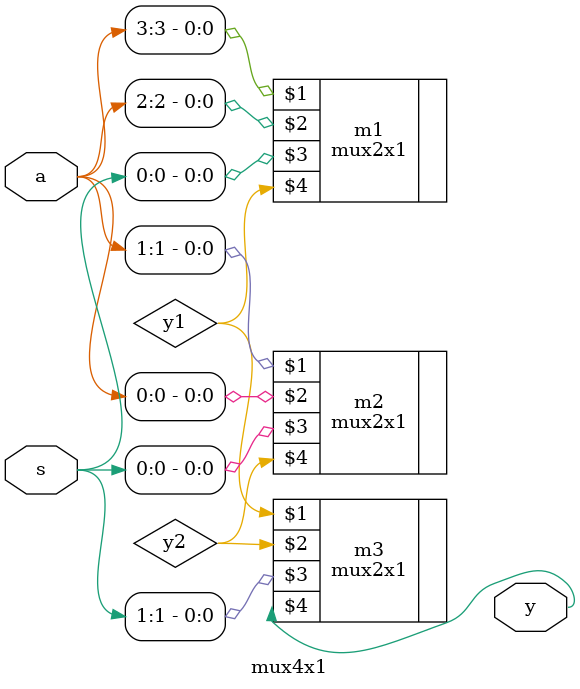
<source format=v>
module mux4x1(a,s,y);

input [3:0]a;
input [1:0]s;
output y;

mux2x1 m1(a[3],a[2],s[0],y1);
mux2x1 m2(a[1],a[0],s[0],y2);
mux2x1 m3(y1,y2,s[1],y); 

endmodule

</source>
